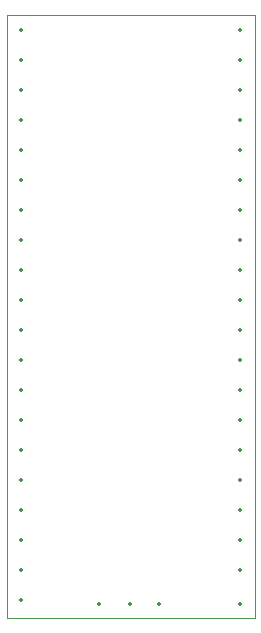
<source format=gm1>
%TF.GenerationSoftware,KiCad,Pcbnew,8.0.8*%
%TF.CreationDate,2025-02-11T11:30:28+05:30*%
%TF.ProjectId,my-template,6d792d74-656d-4706-9c61-74652e6b6963,rev?*%
%TF.SameCoordinates,Original*%
%TF.FileFunction,Profile,NP*%
%FSLAX46Y46*%
G04 Gerber Fmt 4.6, Leading zero omitted, Abs format (unit mm)*
G04 Created by KiCad (PCBNEW 8.0.8) date 2025-02-11 11:30:28*
%MOMM*%
%LPD*%
G01*
G04 APERTURE LIST*
%TA.AperFunction,Profile*%
%ADD10C,0.050000*%
%TD*%
%ADD11C,0.350000*%
G04 APERTURE END LIST*
D10*
X129892600Y-62091600D02*
X150892600Y-62091600D01*
X150892600Y-113091600D01*
X129892600Y-113091600D01*
X129892600Y-62091600D01*
D11*
X149702600Y-111925600D03*
X149702600Y-109021600D03*
X149702600Y-106481600D03*
X149702600Y-103941600D03*
X149702600Y-101401600D03*
X149702600Y-98861600D03*
X149702600Y-96321600D03*
X149702600Y-93781600D03*
X149702600Y-91241600D03*
X149702600Y-88701600D03*
X149702600Y-86161600D03*
X149702600Y-83621600D03*
X149702600Y-81081600D03*
X149702600Y-78541600D03*
X149702600Y-76001600D03*
X149702600Y-73461600D03*
X149702600Y-70921600D03*
X149702600Y-68381600D03*
X149702600Y-65841600D03*
X149702600Y-63301600D03*
X137702600Y-111901600D03*
X140342600Y-111901600D03*
X142782600Y-111901600D03*
X131102600Y-63301600D03*
X131102600Y-65886600D03*
X131102600Y-68426600D03*
X131102600Y-70966600D03*
X131102600Y-73506600D03*
X131102600Y-76046600D03*
X131102600Y-78586600D03*
X131102600Y-81126600D03*
X131102600Y-83666600D03*
X131102600Y-86206600D03*
X131102600Y-88746600D03*
X131102600Y-91286600D03*
X131102600Y-93826600D03*
X131102600Y-96366600D03*
X131102600Y-98906600D03*
X131102600Y-101446600D03*
X131102600Y-103986600D03*
X131102600Y-106526600D03*
X131102600Y-109066600D03*
X131102600Y-111606600D03*
M02*

</source>
